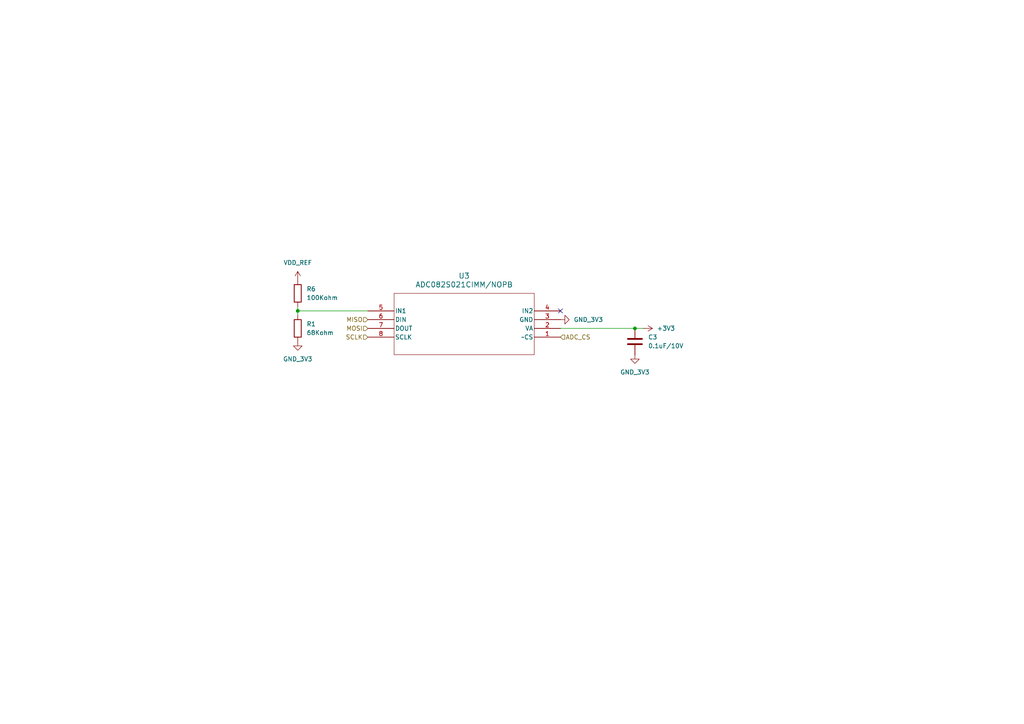
<source format=kicad_sch>
(kicad_sch (version 20231120) (generator "eeschema") (generator_version "8.0")
  (paper "A4")
  (lib_symbols
    (symbol "ADC082S021CIMM_NOPB:ADC082S021CIMM_NOPB" (pin_names (offset 0.254))
      (property "Reference" "U" (at 27.94 10.16 0))
      (property "Value" "ADC082S021CIMM/NOPB" (at 27.94 7.62 0))
      (symbol "ADC082S021CIMM_NOPB_0_1"
        (polyline (pts (xy 7.62 -12.7) (xy 48.26 -12.7)) (stroke (width 0.127)))
        (polyline (pts (xy 7.62 5.08) (xy 7.62 -12.7)) (stroke (width 0.127)))
        (polyline (pts (xy 48.26 -12.7) (xy 48.26 5.08)) (stroke (width 0.127)))
        (polyline (pts (xy 48.26 5.08) (xy 7.62 5.08)) (stroke (width 0.127)))
        (pin passive line (at 0 0 0) (length 7.62) (name "~CS") (number "1"))
        (pin passive line (at 0 -2.54 0) (length 7.62) (name "VA") (number "2"))
        (pin passive line (at 0 -5.08 0) (length 7.62) (name "GND") (number "3"))
        (pin input line (at 0 -7.62 0) (length 7.62) (name "IN2") (number "4"))
        (pin input line (at 55.88 -7.62 180) (length 7.62) (name "IN1") (number "5"))
        (pin input line (at 55.88 -5.08 180) (length 7.62) (name "DIN") (number "6"))
        (pin output line (at 55.88 -2.54 180) (length 7.62) (name "DOUT") (number "7"))
        (pin passive line (at 55.88 0 180) (length 7.62) (name "SCLK") (number "8"))
      )
    )
    (symbol "Device:C" (pin_numbers hide) (pin_names (offset 0.254))
      (property "Reference" "C" (at 0.635 2.54 0))
      (property "Value" "C" (at 0.635 -2.54 0))
      (symbol "C_0_1"
        (polyline (pts (xy -2.032 -0.762) (xy 2.032 -0.762)) (stroke (width 0.508)))
        (polyline (pts (xy -2.032 0.762) (xy 2.032 0.762)) (stroke (width 0.508)))
      )
      (symbol "C_1_1"
        (pin passive line (at 0 3.81 270) (length 2.794) (name "~") (number "1"))
        (pin passive line (at 0 -3.81 90) (length 2.794) (name "~") (number "2"))
      )
    )
    (symbol "Device:R" (pin_numbers hide) (pin_names (offset 0))
      (property "Reference" "R" (at 2.032 0 90))
      (property "Value" "R" (at 0 0 90))
      (symbol "R_0_1"
        (rectangle (start -1.016 -2.54) (end 1.016 2.54) (stroke (width 0.254)))
      )
      (symbol "R_1_1"
        (pin passive line (at 0 3.81 270) (length 1.27) (name "~") (number "1"))
        (pin passive line (at 0 -3.81 90) (length 1.27) (name "~") (number "2"))
      )
    )
    (symbol "power:+3V3" (power) (pin_numbers hide) (pin_names (offset 0) hide)
      (property "Value" "+3V3" (at 0 3.556 0))
      (symbol "+3V3_0_1"
        (polyline (pts (xy -0.762 1.27) (xy 0 2.54)))
        (polyline (pts (xy 0 0) (xy 0 2.54)))
        (polyline (pts (xy 0 2.54) (xy 0.762 1.27)))
      )
      (symbol "+3V3_1_1"
        (pin power_in line (at 0 0 90) (length 0) (name "~") (number "1"))
      )
    )
    (symbol "power:GND" (power) (pin_numbers hide) (pin_names (offset 0) hide)
      (property "Value" "GND" (at 0 -3.81 0))
      (symbol "GND_0_1"
        (polyline (pts (xy 0 0) (xy 0 -1.27) (xy 1.27 -1.27) (xy 0 -2.54) (xy -1.27 -1.27) (xy 0 -1.27)))
      )
      (symbol "GND_1_1"
        (pin power_in line (at 0 0 270) (length 0) (name "~") (number "1"))
      )
    )
  )
  (junction (at 86.36 90.17))
  (junction (at 184.15 95.25))
  (no_connect (at 162.56 90.17))
  (wire (pts (xy 86.36 88.9) (xy 86.36 90.17)))
  (wire (pts (xy 186.69 95.25) (xy 184.15 95.25)))
  (wire (pts (xy 86.36 90.17) (xy 86.36 91.44)))
  (wire (pts (xy 162.56 95.25) (xy 184.15 95.25)))
  (wire (pts (xy 86.36 90.17) (xy 106.68 90.17)))
  (hierarchical_label "SCLK" (shape input) (at 106.68 97.79 180))
  (hierarchical_label "MOSI" (shape input) (at 106.68 95.25 180))
  (hierarchical_label "MISO" (shape input) (at 106.68 92.71 180))
  (hierarchical_label "ADC_CS" (shape input) (at 162.56 97.79 0))
  (symbol (lib_id "power:+3V3") (at 186.69 95.25 270) (unit 1)
    (property "Reference" "#PWR032" (effects (hide yes)))
    (property "Value" "+3V3" (at 190.5 95.2499 90) (effects (justify left)))
    (property "Description" "Power symbol creates a global label with name \"+3V3\"" (effects (hide yes)))
  )
  (symbol (lib_id "Device:R") (at 86.36 95.25 180) (unit 1)
    (property "Reference" "R1" (at 88.9 93.9799 0) (effects (justify right)))
    (property "Value" "68Kohm" (at 88.9 96.5199 0) (effects (justify right)))
    (property "Footprint" "Resistor_SMD:R_0201_0603Metric" (effects (hide yes)))
    (property "Description" "Resistor" (effects (hide yes)))
  )
  (symbol (lib_id "Device:C") (at 184.15 99.06 0) (unit 1)
    (property "Reference" "C3" (at 187.96 97.7899 0) (effects (justify left)))
    (property "Value" "0.1uF/10V" (at 187.96 100.3299 0) (effects (justify left)))
    (property "Footprint" "Capacitor_SMD:C_0201_0603Metric" (effects (hide yes)))
    (property "Description" "Unpolarized capacitor" (effects (hide yes)))
  )
  (symbol (lib_id "ADC082S021CIMM_NOPB:ADC082S021CIMM_NOPB") (at 162.56 97.79 180) (unit 1)
    (property "Reference" "U3" (at 134.62 80.01 0) (effects (font (size 1.524 1.524))))
    (property "Value" "ADC082S021CIMM/NOPB" (at 134.62 82.55 0) (effects (font (size 1.524 1.524))))
    (property "Footprint" "footprints:MUA08A" (effects (hide yes)))
    (property "Datasheet" "ADC082S021CIMM/NOPB" (effects (hide yes)))
  )
  (symbol (lib_id "Device:R") (at 86.36 85.09 180) (unit 1)
    (property "Reference" "R6" (at 88.9 83.8199 0) (effects (justify right)))
    (property "Value" "100Kohm" (at 88.9 86.3599 0) (effects (justify right)))
    (property "Footprint" "Resistor_SMD:R_0201_0603Metric" (effects (hide yes)))
    (property "Description" "Resistor" (effects (hide yes)))
  )
  (symbol (lib_id "power:GND") (at 86.36 99.06 0) (unit 1)
    (property "Reference" "#PWR029" (effects (hide yes)))
    (property "Value" "GND_3V3" (at 86.36 104.14 0))
    (property "Description" "Power symbol creates a global label with name \"GND\" , ground" (effects (hide yes)))
  )
  (symbol (lib_id "power:GND") (at 162.56 92.71 90) (unit 1)
    (property "Reference" "#PWR030" (effects (hide yes)))
    (property "Value" "GND_3V3" (at 166.37 92.7099 90) (effects (justify right)))
    (property "Description" "Power symbol creates a global label with name \"GND\" , ground" (effects (hide yes)))
  )
  (symbol (lib_id "power:+3V3") (at 86.36 81.28 0) (unit 1)
    (property "Reference" "#PWR087" (effects (hide yes)))
    (property "Value" "VDD_REF" (at 86.36 76.2 0))
    (property "Description" "Power symbol creates a global label with name \"+3V3\"" (effects (hide yes)))
  )
  (symbol (lib_id "power:GND") (at 184.15 102.87 0) (unit 1)
    (property "Reference" "#PWR031" (effects (hide yes)))
    (property "Value" "GND_3V3" (at 184.15 107.95 0))
    (property "Description" "Power symbol creates a global label with name \"GND\" , ground" (effects (hide yes)))
  )
)
</source>
